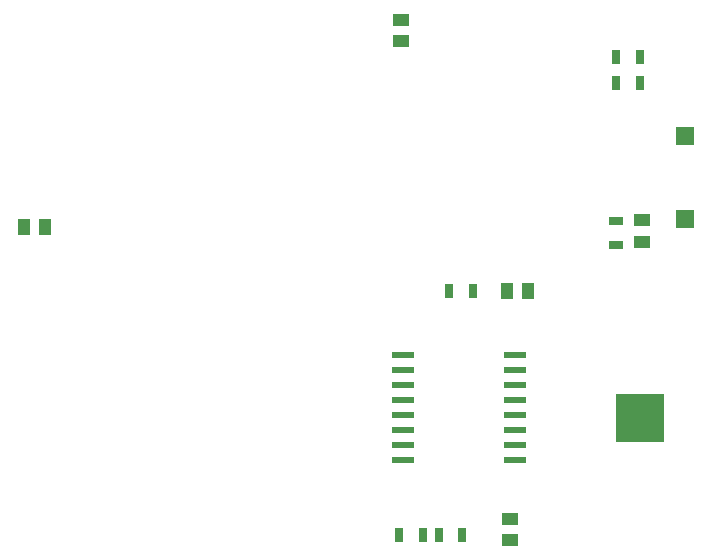
<source format=gtp>
%FSTAX25Y25*%
%MOIN*%
%SFA1B1*%

%IPPOS*%
%ADD18R,0.074000X0.021000*%
%ADD19R,0.044000X0.057000*%
%ADD20R,0.057000X0.044000*%
%ADD21R,0.031500X0.051180*%
%ADD22R,0.159840X0.159840*%
%ADD23R,0.051180X0.031500*%
%ADD24R,0.062990X0.062990*%
%LNgateway-1*%
%LPD*%
G54D18*
X018525Y00406D03*
Y00456D03*
Y00506D03*
Y00556D03*
Y00606D03*
Y00656D03*
Y00706D03*
Y00756D03*
X022255D03*
Y00706D03*
Y00656D03*
Y00606D03*
Y00556D03*
Y00506D03*
Y00456D03*
Y00406D03*
G54D19*
X022705Y00969D03*
X021995D03*
X006595Y01184D03*
X005885D03*
G54D20*
X0221Y001395D03*
Y002105D03*
X01847Y018735D03*
Y018025D03*
X02651Y012055D03*
Y011345D03*
G54D21*
X0192037Y00155D03*
X0184163D03*
X0197263Y00158D03*
X0205137D03*
X0200663Y00971D03*
X0208537D03*
X0256363Y01749D03*
X0264237D03*
Y01663D03*
X0256363D03*
G54D22*
X02642Y00548D03*
G54D23*
X02565Y0112463D03*
Y0120337D03*
G54D24*
X02793Y0121057D03*
Y0148616D03*
M02*
</source>
